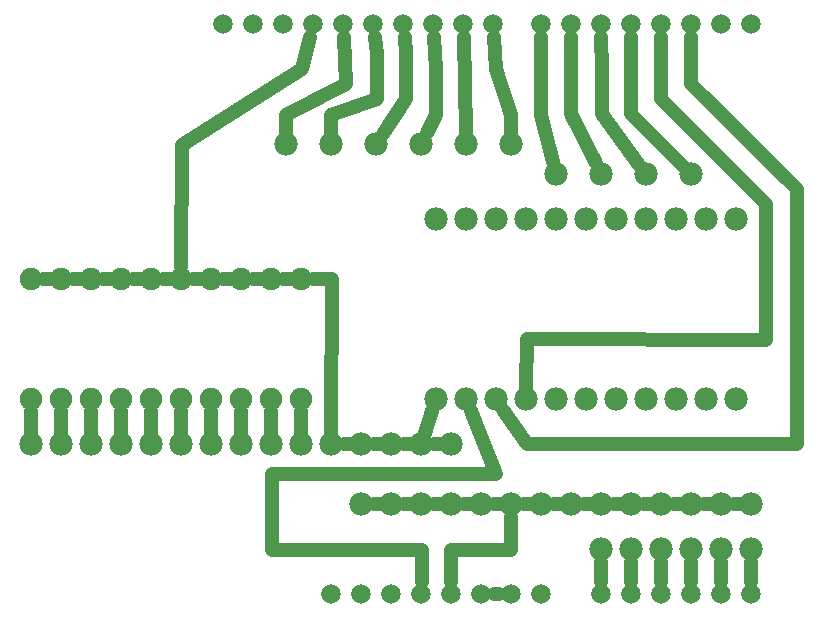
<source format=gbl>
G04 MADE WITH FRITZING*
G04 WWW.FRITZING.ORG*
G04 DOUBLE SIDED*
G04 HOLES PLATED*
G04 CONTOUR ON CENTER OF CONTOUR VECTOR*
%ASAXBY*%
%FSLAX23Y23*%
%MOIN*%
%OFA0B0*%
%SFA1.0B1.0*%
%ADD10C,0.075000*%
%ADD11C,0.078000*%
%ADD12C,0.065278*%
%ADD13C,0.048000*%
%LNCOPPER0*%
G90*
G70*
G54D10*
X1009Y1154D03*
X1009Y754D03*
G54D11*
X959Y1604D03*
X2509Y254D03*
X2409Y254D03*
G54D10*
X609Y1154D03*
X609Y754D03*
X909Y1154D03*
X909Y754D03*
X809Y1154D03*
X809Y754D03*
X709Y1154D03*
X709Y754D03*
X509Y1154D03*
X509Y754D03*
X409Y1154D03*
X409Y754D03*
X309Y1154D03*
X309Y754D03*
X209Y1154D03*
X209Y754D03*
X109Y1154D03*
X109Y754D03*
G54D11*
X2309Y254D03*
X2209Y254D03*
X2109Y254D03*
X2009Y254D03*
X1109Y1604D03*
X1259Y1604D03*
X1409Y1604D03*
X1559Y1604D03*
X1709Y1604D03*
X1859Y1504D03*
X2009Y1504D03*
X2159Y1504D03*
X2309Y1504D03*
X109Y604D03*
X209Y604D03*
X309Y604D03*
X409Y604D03*
X509Y604D03*
X609Y604D03*
X709Y604D03*
X809Y604D03*
X909Y604D03*
X1009Y604D03*
X1109Y604D03*
X1209Y604D03*
X1309Y604D03*
X1409Y604D03*
X1509Y604D03*
X2509Y404D03*
X2409Y404D03*
X2309Y404D03*
X2209Y404D03*
X2109Y404D03*
X2009Y404D03*
X1909Y404D03*
X1809Y404D03*
X1709Y404D03*
X1609Y404D03*
X1509Y404D03*
X1409Y404D03*
X1309Y404D03*
X1209Y404D03*
X2459Y1354D03*
X2359Y1354D03*
X2259Y1354D03*
X2159Y1354D03*
X2059Y1354D03*
X1959Y1354D03*
X1859Y1354D03*
X1759Y1354D03*
X1659Y1354D03*
X1559Y1354D03*
X1459Y1354D03*
X1459Y754D03*
X1559Y754D03*
X1659Y754D03*
X1759Y754D03*
X1859Y754D03*
X1959Y754D03*
X2059Y754D03*
X2159Y754D03*
X2259Y754D03*
X2359Y754D03*
X2459Y754D03*
G54D12*
X2109Y104D03*
X2209Y104D03*
X2309Y104D03*
X2409Y104D03*
X2509Y104D03*
X1649Y2004D03*
X1549Y2004D03*
X1449Y2004D03*
X1349Y2004D03*
X1249Y2004D03*
X1149Y2004D03*
X1049Y2004D03*
X949Y2004D03*
X849Y2004D03*
X749Y2004D03*
X2509Y2004D03*
X2409Y2004D03*
X2309Y2004D03*
X2209Y2004D03*
X2109Y2004D03*
X2009Y2004D03*
X1909Y2004D03*
X1809Y2004D03*
X1209Y104D03*
X1109Y104D03*
X1309Y104D03*
X1409Y104D03*
X1509Y104D03*
X1609Y104D03*
X1709Y104D03*
X1809Y104D03*
X2009Y104D03*
G54D13*
X1468Y604D02*
X1451Y604D01*
D02*
X509Y714D02*
X509Y645D01*
D02*
X209Y714D02*
X209Y645D01*
D02*
X709Y714D02*
X709Y645D01*
D02*
X109Y645D02*
X109Y714D01*
D02*
X409Y714D02*
X409Y645D01*
D02*
X609Y714D02*
X609Y645D01*
D02*
X809Y714D02*
X809Y645D01*
D02*
X309Y714D02*
X309Y645D01*
D02*
X909Y714D02*
X909Y645D01*
D02*
X1410Y253D02*
X1410Y146D01*
D02*
X910Y253D02*
X1410Y253D01*
D02*
X910Y505D02*
X910Y253D01*
D02*
X1658Y505D02*
X910Y505D01*
D02*
X1575Y715D02*
X1658Y505D01*
D02*
X959Y1702D02*
X959Y1645D01*
D02*
X1158Y1804D02*
X959Y1702D01*
D02*
X1151Y1961D02*
X1158Y1804D01*
D02*
X611Y1602D02*
X1011Y1854D01*
D02*
X1011Y1854D02*
X1039Y1963D01*
D02*
X609Y1194D02*
X611Y1602D01*
D02*
X2409Y146D02*
X2409Y213D01*
D02*
X2509Y146D02*
X2509Y213D01*
D02*
X949Y1154D02*
X970Y1154D01*
D02*
X1009Y645D02*
X1009Y714D01*
D02*
X1110Y1155D02*
X1049Y1154D01*
D02*
X1109Y645D02*
X1110Y1155D01*
D02*
X1446Y715D02*
X1422Y643D01*
D02*
X1268Y604D02*
X1251Y604D01*
D02*
X1168Y604D02*
X1151Y604D01*
D02*
X1368Y604D02*
X1351Y604D01*
D02*
X1468Y404D02*
X1451Y404D01*
D02*
X1368Y404D02*
X1351Y404D01*
D02*
X1268Y404D02*
X1251Y404D01*
D02*
X2108Y1704D02*
X2109Y1961D01*
D02*
X2280Y1533D02*
X2108Y1704D01*
D02*
X2010Y1855D02*
X2009Y1961D01*
D02*
X2010Y1704D02*
X2010Y1855D01*
D02*
X2135Y1537D02*
X2010Y1704D01*
D02*
X1908Y1855D02*
X1909Y1961D01*
D02*
X1908Y1704D02*
X1908Y1855D01*
D02*
X1991Y1541D02*
X1908Y1704D01*
D02*
X1809Y1855D02*
X1809Y1961D01*
D02*
X1809Y1702D02*
X1809Y1855D01*
D02*
X1849Y1544D02*
X1809Y1702D01*
D02*
X1658Y1855D02*
X1652Y1961D01*
D02*
X1708Y1702D02*
X1658Y1855D01*
D02*
X1709Y1645D02*
X1708Y1702D01*
D02*
X1558Y1645D02*
X1550Y1961D01*
D02*
X1458Y1855D02*
X1452Y1961D01*
D02*
X1459Y1702D02*
X1458Y1855D01*
D02*
X1428Y1641D02*
X1459Y1702D01*
D02*
X1359Y1904D02*
X1354Y1962D01*
D02*
X1358Y1755D02*
X1359Y1904D01*
D02*
X1282Y1638D02*
X1358Y1755D01*
D02*
X1109Y1702D02*
X1109Y1645D01*
D02*
X1260Y1755D02*
X1109Y1702D01*
D02*
X1261Y1904D02*
X1260Y1755D01*
D02*
X1254Y1962D02*
X1261Y1904D01*
D02*
X1652Y104D02*
X1667Y104D01*
D02*
X1508Y253D02*
X1509Y146D01*
D02*
X1708Y253D02*
X1508Y253D01*
D02*
X1709Y363D02*
X1708Y253D01*
D02*
X2309Y213D02*
X2309Y146D01*
D02*
X2209Y213D02*
X2209Y146D01*
D02*
X149Y1154D02*
X170Y1154D01*
D02*
X249Y1154D02*
X270Y1154D01*
D02*
X349Y1154D02*
X370Y1154D01*
D02*
X449Y1154D02*
X470Y1154D01*
D02*
X549Y1154D02*
X570Y1154D01*
D02*
X649Y1154D02*
X670Y1154D01*
D02*
X749Y1154D02*
X770Y1154D01*
D02*
X849Y1154D02*
X870Y1154D01*
D02*
X1551Y404D02*
X1568Y404D01*
D02*
X1651Y404D02*
X1668Y404D01*
D02*
X1768Y404D02*
X1751Y404D01*
D02*
X1868Y404D02*
X1851Y404D01*
D02*
X1968Y404D02*
X1951Y404D01*
D02*
X2068Y404D02*
X2051Y404D01*
D02*
X2168Y404D02*
X2151Y404D01*
D02*
X2268Y404D02*
X2251Y404D01*
D02*
X2368Y404D02*
X2351Y404D01*
D02*
X2468Y404D02*
X2451Y404D01*
D02*
X2009Y146D02*
X2009Y213D01*
D02*
X2109Y146D02*
X2109Y213D01*
D02*
X2558Y953D02*
X2558Y1405D01*
D02*
X2558Y1405D02*
X2208Y1755D01*
D02*
X2208Y1755D02*
X2209Y1961D01*
D02*
X1760Y955D02*
X2558Y953D01*
D02*
X1759Y795D02*
X1760Y955D01*
D02*
X2660Y604D02*
X2660Y1454D01*
D02*
X2660Y1454D02*
X2308Y1805D01*
D02*
X2308Y1805D02*
X2309Y1961D01*
D02*
X1760Y604D02*
X2660Y604D01*
D02*
X1682Y720D02*
X1760Y604D01*
G04 End of Copper0*
M02*
</source>
